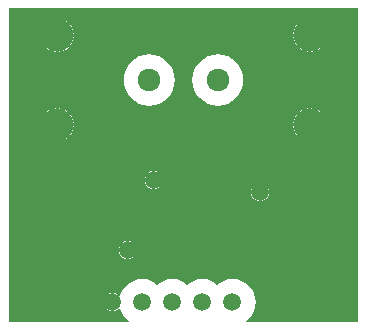
<source format=gbl>
G04 Layer_Physical_Order=2*
G04 Layer_Color=16711680*
%FSLAX43Y43*%
%MOMM*%
G71*
G01*
G75*
%ADD15C,1.500*%
%ADD16C,2.800*%
%ADD17C,1.920*%
G36*
X29800Y200D02*
X20343D01*
X20297Y327D01*
X20526Y514D01*
X20769Y811D01*
X20950Y1150D01*
X21062Y1518D01*
X21099Y1900D01*
X21062Y2282D01*
X20950Y2650D01*
X20769Y2989D01*
X20526Y3286D01*
X20229Y3529D01*
X19890Y3710D01*
X19522Y3822D01*
X19140Y3859D01*
X18758Y3822D01*
X18390Y3710D01*
X18051Y3529D01*
X17870Y3380D01*
X17689Y3529D01*
X17350Y3710D01*
X16982Y3822D01*
X16600Y3859D01*
X16218Y3822D01*
X15850Y3710D01*
X15511Y3529D01*
X15330Y3380D01*
X15149Y3529D01*
X14810Y3710D01*
X14442Y3822D01*
X14060Y3859D01*
X13678Y3822D01*
X13310Y3710D01*
X12971Y3529D01*
X12790Y3380D01*
X12609Y3529D01*
X12270Y3710D01*
X11902Y3822D01*
X11520Y3859D01*
X11138Y3822D01*
X10770Y3710D01*
X10431Y3529D01*
X10134Y3286D01*
X9891Y2989D01*
X9710Y2650D01*
X9648Y2447D01*
X9523Y2424D01*
X9515Y2435D01*
X9358Y2555D01*
X9176Y2631D01*
X9107Y2640D01*
Y1900D01*
Y1160D01*
X9176Y1169D01*
X9358Y1245D01*
X9515Y1365D01*
X9523Y1376D01*
X9648Y1353D01*
X9710Y1150D01*
X9891Y811D01*
X10134Y514D01*
X10363Y327D01*
X10317Y200D01*
X200D01*
Y26800D01*
X29800D01*
Y200D01*
D02*
G37*
%LPC*%
G36*
X12348Y12098D02*
X11735D01*
X11744Y12029D01*
X11820Y11847D01*
X11940Y11690D01*
X12097Y11570D01*
X12279Y11494D01*
X12348Y11485D01*
Y12098D01*
D02*
G37*
G36*
X21602Y11940D02*
Y11327D01*
X22215D01*
X22206Y11396D01*
X22130Y11578D01*
X22010Y11735D01*
X21853Y11855D01*
X21671Y11931D01*
X21602Y11940D01*
D02*
G37*
G36*
X21348D02*
X21279Y11931D01*
X21097Y11855D01*
X20940Y11735D01*
X20820Y11578D01*
X20744Y11396D01*
X20735Y11327D01*
X21348D01*
Y11940D01*
D02*
G37*
G36*
X13215Y12098D02*
X12602D01*
Y11485D01*
X12671Y11494D01*
X12853Y11570D01*
X13010Y11690D01*
X13130Y11847D01*
X13206Y12029D01*
X13215Y12098D01*
D02*
G37*
G36*
X5695Y16773D02*
X4427D01*
Y15505D01*
X4665Y15536D01*
X5006Y15677D01*
X5298Y15902D01*
X5523Y16194D01*
X5664Y16535D01*
X5695Y16773D01*
D02*
G37*
G36*
X12602Y12965D02*
Y12352D01*
X13215D01*
X13206Y12421D01*
X13130Y12603D01*
X13010Y12760D01*
X12853Y12880D01*
X12671Y12956D01*
X12602Y12965D01*
D02*
G37*
G36*
X12348D02*
X12279Y12956D01*
X12097Y12880D01*
X11940Y12760D01*
X11820Y12603D01*
X11744Y12421D01*
X11735Y12352D01*
X12348D01*
Y12965D01*
D02*
G37*
G36*
X22215Y11073D02*
X21602D01*
Y10460D01*
X21671Y10469D01*
X21853Y10545D01*
X22010Y10665D01*
X22130Y10822D01*
X22206Y11004D01*
X22215Y11073D01*
D02*
G37*
G36*
X10148Y6173D02*
X9536D01*
X9545Y6105D01*
X9620Y5922D01*
X9740Y5765D01*
X9897Y5645D01*
X10080Y5570D01*
X10148Y5561D01*
Y6173D01*
D02*
G37*
G36*
X8853Y2640D02*
X8784Y2631D01*
X8602Y2555D01*
X8445Y2435D01*
X8325Y2278D01*
X8249Y2096D01*
X8240Y2027D01*
X8853D01*
Y2640D01*
D02*
G37*
G36*
Y1773D02*
X8240D01*
X8249Y1704D01*
X8325Y1522D01*
X8445Y1365D01*
X8602Y1245D01*
X8784Y1169D01*
X8853Y1160D01*
Y1773D01*
D02*
G37*
G36*
X11015Y6173D02*
X10402D01*
Y5561D01*
X10471Y5570D01*
X10654Y5645D01*
X10810Y5765D01*
X10930Y5922D01*
X11006Y6105D01*
X11015Y6173D01*
D02*
G37*
G36*
X21348Y11073D02*
X20735D01*
X20744Y11004D01*
X20820Y10822D01*
X20940Y10665D01*
X21097Y10545D01*
X21279Y10469D01*
X21348Y10460D01*
Y11073D01*
D02*
G37*
G36*
X10402Y7040D02*
Y6427D01*
X11015D01*
X11006Y6496D01*
X10930Y6679D01*
X10810Y6835D01*
X10654Y6955D01*
X10471Y7031D01*
X10402Y7040D01*
D02*
G37*
G36*
X10148D02*
X10080Y7031D01*
X9897Y6955D01*
X9740Y6835D01*
X9620Y6679D01*
X9545Y6496D01*
X9536Y6427D01*
X10148D01*
Y7040D01*
D02*
G37*
G36*
X25573Y16773D02*
X24305D01*
X24336Y16535D01*
X24477Y16194D01*
X24702Y15902D01*
X24994Y15677D01*
X25335Y15536D01*
X25573Y15505D01*
Y16773D01*
D02*
G37*
G36*
X5695Y24373D02*
X4427D01*
Y23105D01*
X4665Y23136D01*
X5006Y23277D01*
X5298Y23502D01*
X5523Y23794D01*
X5664Y24135D01*
X5695Y24373D01*
D02*
G37*
G36*
X25573Y24373D02*
X24305D01*
X24336Y24135D01*
X24477Y23794D01*
X24702Y23502D01*
X24994Y23277D01*
X25335Y23136D01*
X25573Y23105D01*
Y24373D01*
D02*
G37*
G36*
X27095D02*
X25827D01*
Y23105D01*
X26065Y23136D01*
X26406Y23277D01*
X26698Y23502D01*
X26923Y23794D01*
X27064Y24135D01*
X27095Y24373D01*
D02*
G37*
G36*
X4173Y24373D02*
X2905D01*
X2936Y24135D01*
X3077Y23794D01*
X3302Y23502D01*
X3594Y23277D01*
X3935Y23136D01*
X4173Y23105D01*
Y24373D01*
D02*
G37*
G36*
X25573Y25895D02*
X25335Y25864D01*
X24994Y25723D01*
X24702Y25498D01*
X24477Y25206D01*
X24336Y24865D01*
X24305Y24627D01*
X25573D01*
Y25895D01*
D02*
G37*
G36*
X25827Y25895D02*
Y24627D01*
X27095D01*
X27064Y24865D01*
X26923Y25206D01*
X26698Y25498D01*
X26406Y25723D01*
X26065Y25864D01*
X25827Y25895D01*
D02*
G37*
G36*
X4173D02*
X3935Y25864D01*
X3594Y25723D01*
X3302Y25498D01*
X3077Y25206D01*
X2936Y24865D01*
X2905Y24627D01*
X4173D01*
Y25895D01*
D02*
G37*
G36*
X4427Y25895D02*
Y24627D01*
X5695D01*
X5664Y24865D01*
X5523Y25206D01*
X5298Y25498D01*
X5006Y25723D01*
X4665Y25864D01*
X4427Y25895D01*
D02*
G37*
G36*
X4173Y18295D02*
X3935Y18264D01*
X3594Y18123D01*
X3302Y17898D01*
X3077Y17606D01*
X2936Y17265D01*
X2905Y17027D01*
X4173D01*
Y18295D01*
D02*
G37*
G36*
X4427Y18295D02*
Y17027D01*
X5695D01*
X5664Y17265D01*
X5523Y17606D01*
X5298Y17898D01*
X5006Y18123D01*
X4665Y18264D01*
X4427Y18295D01*
D02*
G37*
G36*
X27095Y16773D02*
X25827D01*
Y15505D01*
X26065Y15536D01*
X26406Y15677D01*
X26698Y15902D01*
X26923Y16194D01*
X27064Y16535D01*
X27095Y16773D01*
D02*
G37*
G36*
X4173Y16773D02*
X2905D01*
X2936Y16535D01*
X3077Y16194D01*
X3302Y15902D01*
X3594Y15677D01*
X3935Y15536D01*
X4173Y15505D01*
Y16773D01*
D02*
G37*
G36*
X12100Y22870D02*
X11677Y22829D01*
X11269Y22705D01*
X10894Y22505D01*
X10565Y22235D01*
X10295Y21906D01*
X10095Y21531D01*
X9971Y21123D01*
X9930Y20700D01*
X9971Y20277D01*
X10095Y19869D01*
X10295Y19494D01*
X10565Y19165D01*
X10894Y18895D01*
X11269Y18695D01*
X11677Y18571D01*
X12100Y18530D01*
X12523Y18571D01*
X12931Y18695D01*
X13306Y18895D01*
X13635Y19165D01*
X13905Y19494D01*
X14105Y19869D01*
X14229Y20277D01*
X14270Y20700D01*
X14229Y21123D01*
X14105Y21531D01*
X13905Y21906D01*
X13635Y22235D01*
X13306Y22505D01*
X12931Y22705D01*
X12523Y22829D01*
X12100Y22870D01*
D02*
G37*
G36*
X17900D02*
X17477Y22829D01*
X17069Y22705D01*
X16694Y22505D01*
X16365Y22235D01*
X16095Y21906D01*
X15895Y21531D01*
X15771Y21123D01*
X15730Y20700D01*
X15771Y20277D01*
X15895Y19869D01*
X16095Y19494D01*
X16365Y19165D01*
X16694Y18895D01*
X17069Y18695D01*
X17477Y18571D01*
X17900Y18530D01*
X18323Y18571D01*
X18731Y18695D01*
X19106Y18895D01*
X19435Y19165D01*
X19705Y19494D01*
X19905Y19869D01*
X20029Y20277D01*
X20070Y20700D01*
X20029Y21123D01*
X19905Y21531D01*
X19705Y21906D01*
X19435Y22235D01*
X19106Y22505D01*
X18731Y22705D01*
X18323Y22829D01*
X17900Y22870D01*
D02*
G37*
G36*
X25573Y18295D02*
X25335Y18264D01*
X24994Y18123D01*
X24702Y17898D01*
X24477Y17606D01*
X24336Y17265D01*
X24305Y17027D01*
X25573D01*
Y18295D01*
D02*
G37*
G36*
X25827D02*
Y17027D01*
X27095D01*
X27064Y17265D01*
X26923Y17606D01*
X26698Y17898D01*
X26406Y18123D01*
X26065Y18264D01*
X25827Y18295D01*
D02*
G37*
%LPD*%
D15*
X14060Y1900D02*
D03*
X11520D02*
D03*
X8980D02*
D03*
X16600D02*
D03*
X19140D02*
D03*
X12475Y12225D02*
D03*
X21475Y11200D02*
D03*
X10275Y6300D02*
D03*
D16*
X4300Y24500D02*
D03*
Y16900D02*
D03*
X25700D02*
D03*
Y24500D02*
D03*
D17*
X12100Y20700D02*
D03*
X17900D02*
D03*
M02*

</source>
